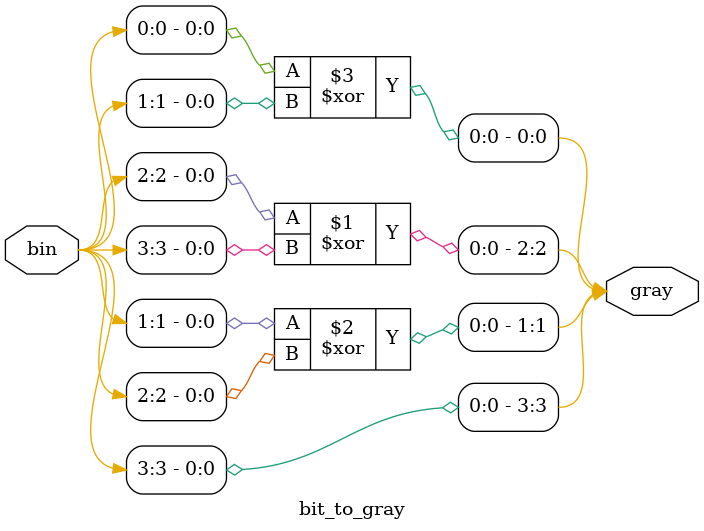
<source format=v>
module bit_to_gray 
(	
	input [3:0] bin,
	output [3:0] gray
);
	
	assign gray[3] = bin[3];
	assign gray[2] = bin[2] ^ bin[3];
	assign gray[1] = bin[1] ^ bin[2];
	assign gray[0] = bin[0] ^ bin[1];
	
endmodule
</source>
